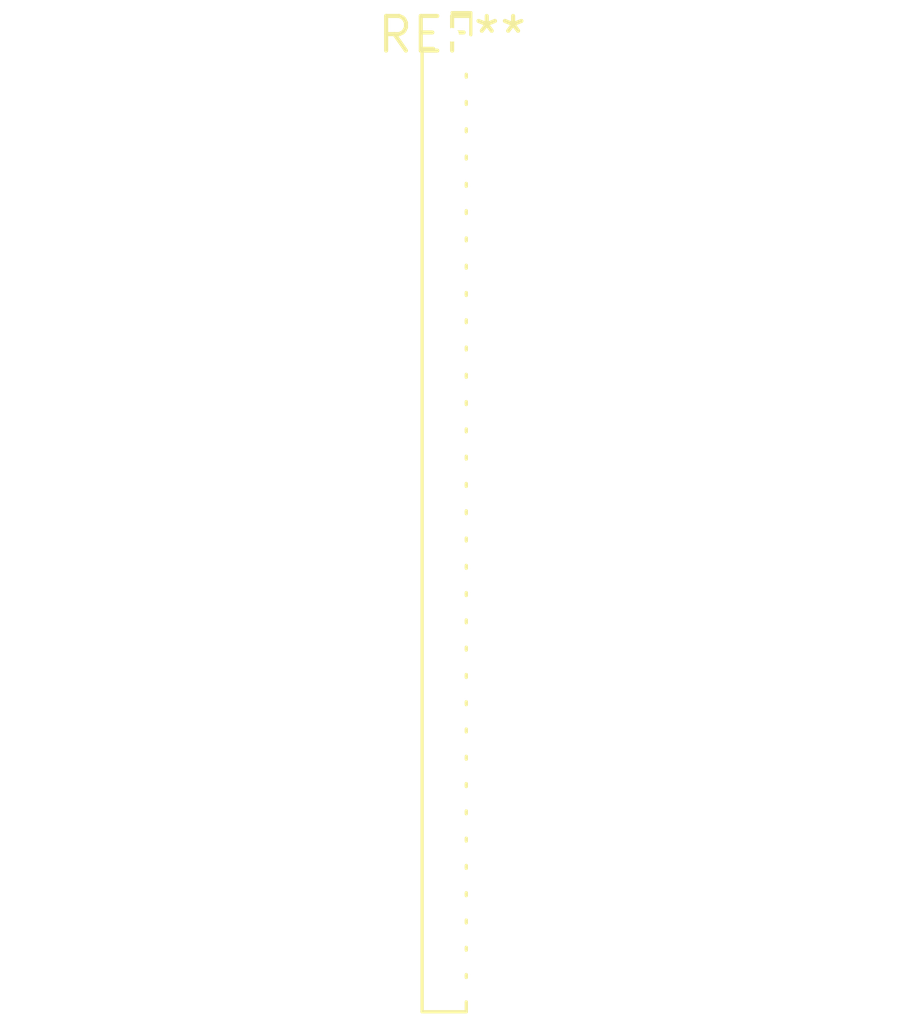
<source format=kicad_pcb>
(kicad_pcb (version 20240108) (generator pcbnew)
  (layers (0 "F.Cu" signal) (31 "B.Cu" signal) (34 "B.Paste" user) (35 "F.Paste" user) (36 "B.SilkS" user "B.Silkscreen") (37 "F.SilkS" user "F.Silkscreen") (38 "B.Mask" user) (39 "F.Mask" user) (44 "Edge.Cuts" user))
  (net 0 "")
  (footprint "PinSocket_1x36_P1.00mm_Vertical" (layer "F.Cu") (at 0 0)
    (property "Reference" "REF**")
    (property "Value" "PinSocket_1x36_P1.00mm_Vertical")
    (fp_line (start -1.1 0.5) (end -1.1 35.81) (layer "F.SilkS") (stroke (width 0.12)))
    (fp_line (start -1.1 0.5) (end -0.685 0.5) (layer "F.SilkS") (stroke (width 0.12)))
    (fp_line (start -1.1 35.81) (end 0.52 35.81) (layer "F.SilkS") (stroke (width 0.12)))
    (fp_line (start 0 -0.81) (end 0.685 -0.81) (layer "F.SilkS") (stroke (width 0.12)))
    (fp_line (start 0.52 1.445898) (end 0.52 1.554102) (layer "F.SilkS") (stroke (width 0.12)))
    (fp_line (start 0.52 2.445898) (end 0.52 2.554102) (layer "F.SilkS") (stroke (width 0.12)))
    (fp_line (start 0.52 3.445898) (end 0.52 3.554102) (layer "F.SilkS") (stroke (width 0.12)))
    (fp_line (start 0.52 4.445898) (end 0.52 4.554102) (layer "F.SilkS") (stroke (width 0.12)))
    (fp_line (start 0.52 5.445898) (end 0.52 5.554102) (layer "F.SilkS") (stroke (width 0.12)))
    (fp_line (start 0.52 6.445898) (end 0.52 6.554102) (layer "F.SilkS") (stroke (width 0.12)))
    (fp_line (start 0.52 7.445898) (end 0.52 7.554102) (layer "F.SilkS") (stroke (width 0.12)))
    (fp_line (start 0.52 8.445898) (end 0.52 8.554102) (layer "F.SilkS") (stroke (width 0.12)))
    (fp_line (start 0.52 9.445898) (end 0.52 9.554102) (layer "F.SilkS") (stroke (width 0.12)))
    (fp_line (start 0.52 10.445898) (end 0.52 10.554102) (layer "F.SilkS") (stroke (width 0.12)))
    (fp_line (start 0.52 11.445898) (end 0.52 11.554102) (layer "F.SilkS") (stroke (width 0.12)))
    (fp_line (start 0.52 12.445898) (end 0.52 12.554102) (layer "F.SilkS") (stroke (width 0.12)))
    (fp_line (start 0.52 13.445898) (end 0.52 13.554102) (layer "F.SilkS") (stroke (width 0.12)))
    (fp_line (start 0.52 14.445898) (end 0.52 14.554102) (layer "F.SilkS") (stroke (width 0.12)))
    (fp_line (start 0.52 15.445898) (end 0.52 15.554102) (layer "F.SilkS") (stroke (width 0.12)))
    (fp_line (start 0.52 16.445898) (end 0.52 16.554102) (layer "F.SilkS") (stroke (width 0.12)))
    (fp_line (start 0.52 17.445898) (end 0.52 17.554102) (layer "F.SilkS") (stroke (width 0.12)))
    (fp_line (start 0.52 18.445898) (end 0.52 18.554102) (layer "F.SilkS") (stroke (width 0.12)))
    (fp_line (start 0.52 19.445898) (end 0.52 19.554102) (layer "F.SilkS") (stroke (width 0.12)))
    (fp_line (start 0.52 20.445898) (end 0.52 20.554102) (layer "F.SilkS") (stroke (width 0.12)))
    (fp_line (start 0.52 21.445898) (end 0.52 21.554102) (layer "F.SilkS") (stroke (width 0.12)))
    (fp_line (start 0.52 22.445898) (end 0.52 22.554102) (layer "F.SilkS") (stroke (width 0.12)))
    (fp_line (start 0.52 23.445898) (end 0.52 23.554102) (layer "F.SilkS") (stroke (width 0.12)))
    (fp_line (start 0.52 24.445898) (end 0.52 24.554102) (layer "F.SilkS") (stroke (width 0.12)))
    (fp_line (start 0.52 25.445898) (end 0.52 25.554102) (layer "F.SilkS") (stroke (width 0.12)))
    (fp_line (start 0.52 26.445898) (end 0.52 26.554102) (layer "F.SilkS") (stroke (width 0.12)))
    (fp_line (start 0.52 27.445898) (end 0.52 27.554102) (layer "F.SilkS") (stroke (width 0.12)))
    (fp_line (start 0.52 28.445898) (end 0.52 28.554102) (layer "F.SilkS") (stroke (width 0.12)))
    (fp_line (start 0.52 29.445898) (end 0.52 29.554102) (layer "F.SilkS") (stroke (width 0.12)))
    (fp_line (start 0.52 30.445898) (end 0.52 30.554102) (layer "F.SilkS") (stroke (width 0.12)))
    (fp_line (start 0.52 31.445898) (end 0.52 31.554102) (layer "F.SilkS") (stroke (width 0.12)))
    (fp_line (start 0.52 32.445898) (end 0.52 32.554102) (layer "F.SilkS") (stroke (width 0.12)))
    (fp_line (start 0.52 33.445898) (end 0.52 33.554102) (layer "F.SilkS") (stroke (width 0.12)))
    (fp_line (start 0.52 34.445898) (end 0.52 34.554102) (layer "F.SilkS") (stroke (width 0.12)))
    (fp_line (start 0.52 35.445898) (end 0.52 35.81) (layer "F.SilkS") (stroke (width 0.12)))
    (fp_line (start 0.685 -0.81) (end 0.685 0) (layer "F.SilkS") (stroke (width 0.12)))
    (pad "1" thru_hole rect (at 0 0) (size 0.85 0.85) (drill 0.5) (layers *.Cu *.Mask) (remove_unused_layers))
    (pad "2" thru_hole oval (at 0 1) (size 0.85 0.85) (drill 0.5) (layers *.Cu *.Mask) (remove_unused_layers))
    (pad "3" thru_hole oval (at 0 2) (size 0.85 0.85) (drill 0.5) (layers *.Cu *.Mask) (remove_unused_layers))
    (pad "4" thru_hole oval (at 0 3) (size 0.85 0.85) (drill 0.5) (layers *.Cu *.Mask) (remove_unused_layers))
    (pad "5" thru_hole oval (at 0 4) (size 0.85 0.85) (drill 0.5) (layers *.Cu *.Mask) (remove_unused_layers))
    (pad "6" thru_hole oval (at 0 5) (size 0.85 0.85) (drill 0.5) (layers *.Cu *.Mask) (remove_unused_layers))
    (pad "7" thru_hole oval (at 0 6) (size 0.85 0.85) (drill 0.5) (layers *.Cu *.Mask) (remove_unused_layers))
    (pad "8" thru_hole oval (at 0 7) (size 0.85 0.85) (drill 0.5) (layers *.Cu *.Mask) (remove_unused_layers))
    (pad "9" thru_hole oval (at 0 8) (size 0.85 0.85) (drill 0.5) (layers *.Cu *.Mask) (remove_unused_layers))
    (pad "10" thru_hole oval (at 0 9) (size 0.85 0.85) (drill 0.5) (layers *.Cu *.Mask) (remove_unused_layers))
    (pad "11" thru_hole oval (at 0 10) (size 0.85 0.85) (drill 0.5) (layers *.Cu *.Mask) (remove_unused_layers))
    (pad "12" thru_hole oval (at 0 11) (size 0.85 0.85) (drill 0.5) (layers *.Cu *.Mask) (remove_unused_layers))
    (pad "13" thru_hole oval (at 0 12) (size 0.85 0.85) (drill 0.5) (layers *.Cu *.Mask) (remove_unused_layers))
    (pad "14" thru_hole oval (at 0 13) (size 0.85 0.85) (drill 0.5) (layers *.Cu *.Mask) (remove_unused_layers))
    (pad "15" thru_hole oval (at 0 14) (size 0.85 0.85) (drill 0.5) (layers *.Cu *.Mask) (remove_unused_layers))
    (pad "16" thru_hole oval (at 0 15) (size 0.85 0.85) (drill 0.5) (layers *.Cu *.Mask) (remove_unused_layers))
    (pad "17" thru_hole oval (at 0 16) (size 0.85 0.85) (drill 0.5) (layers *.Cu *.Mask) (remove_unused_layers))
    (pad "18" thru_hole oval (at 0 17) (size 0.85 0.85) (drill 0.5) (layers *.Cu *.Mask) (remove_unused_layers))
    (pad "19" thru_hole oval (at 0 18) (size 0.85 0.85) (drill 0.5) (layers *.Cu *.Mask) (remove_unused_layers))
    (pad "20" thru_hole oval (at 0 19) (size 0.85 0.85) (drill 0.5) (layers *.Cu *.Mask) (remove_unused_layers))
    (pad "21" thru_hole oval (at 0 20) (size 0.85 0.85) (drill 0.5) (layers *.Cu *.Mask) (remove_unused_layers))
    (pad "22" thru_hole oval (at 0 21) (size 0.85 0.85) (drill 0.5) (layers *.Cu *.Mask) (remove_unused_layers))
    (pad "23" thru_hole oval (at 0 22) (size 0.85 0.85) (drill 0.5) (layers *.Cu *.Mask) (remove_unused_layers))
    (pad "24" thru_hole oval (at 0 23) (size 0.85 0.85) (drill 0.5) (layers *.Cu *.Mask) (remove_unused_layers))
    (pad "25" thru_hole oval (at 0 24) (size 0.85 0.85) (drill 0.5) (layers *.Cu *.Mask) (remove_unused_layers))
    (pad "26" thru_hole oval (at 0 25) (size 0.85 0.85) (drill 0.5) (layers *.Cu *.Mask) (remove_unused_layers))
    (pad "27" thru_hole oval (at 0 26) (size 0.85 0.85) (drill 0.5) (layers *.Cu *.Mask) (remove_unused_layers))
    (pad "28" thru_hole oval (at 0 27) (size 0.85 0.85) (drill 0.5) (layers *.Cu *.Mask) (remove_unused_layers))
    (pad "29" thru_hole oval (at 0 28) (size 0.85 0.85) (drill 0.5) (layers *.Cu *.Mask) (remove_unused_layers))
    (pad "30" thru_hole oval (at 0 29) (size 0.85 0.85) (drill 0.5) (layers *.Cu *.Mask) (remove_unused_layers))
    (pad "31" thru_hole oval (at 0 30) (size 0.85 0.85) (drill 0.5) (layers *.Cu *.Mask) (remove_unused_layers))
    (pad "32" thru_hole oval (at 0 31) (size 0.85 0.85) (drill 0.5) (layers *.Cu *.Mask) (remove_unused_layers))
    (pad "33" thru_hole oval (at 0 32) (size 0.85 0.85) (drill 0.5) (layers *.Cu *.Mask) (remove_unused_layers))
    (pad "34" thru_hole oval (at 0 33) (size 0.85 0.85) (drill 0.5) (layers *.Cu *.Mask) (remove_unused_layers))
    (pad "35" thru_hole oval (at 0 34) (size 0.85 0.85) (drill 0.5) (layers *.Cu *.Mask) (remove_unused_layers))
    (pad "36" thru_hole oval (at 0 35) (size 0.85 0.85) (drill 0.5) (layers *.Cu *.Mask) (remove_unused_layers))
  )
)
</source>
